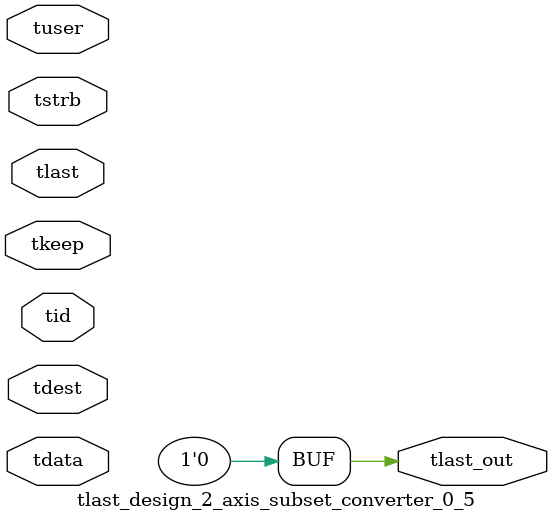
<source format=v>


`timescale 1ps/1ps

module tlast_design_2_axis_subset_converter_0_5 #
(
parameter C_S_AXIS_TID_WIDTH   = 1,
parameter C_S_AXIS_TUSER_WIDTH = 0,
parameter C_S_AXIS_TDATA_WIDTH = 0,
parameter C_S_AXIS_TDEST_WIDTH = 0
)
(
input  [(C_S_AXIS_TID_WIDTH   == 0 ? 1 : C_S_AXIS_TID_WIDTH)-1:0       ] tid,
input  [(C_S_AXIS_TDATA_WIDTH == 0 ? 1 : C_S_AXIS_TDATA_WIDTH)-1:0     ] tdata,
input  [(C_S_AXIS_TUSER_WIDTH == 0 ? 1 : C_S_AXIS_TUSER_WIDTH)-1:0     ] tuser,
input  [(C_S_AXIS_TDEST_WIDTH == 0 ? 1 : C_S_AXIS_TDEST_WIDTH)-1:0     ] tdest,
input  [(C_S_AXIS_TDATA_WIDTH/8)-1:0 ] tkeep,
input  [(C_S_AXIS_TDATA_WIDTH/8)-1:0 ] tstrb,
input  [0:0]                                                             tlast,
output                                                                   tlast_out
);

assign tlast_out = {1'b0};

endmodule


</source>
